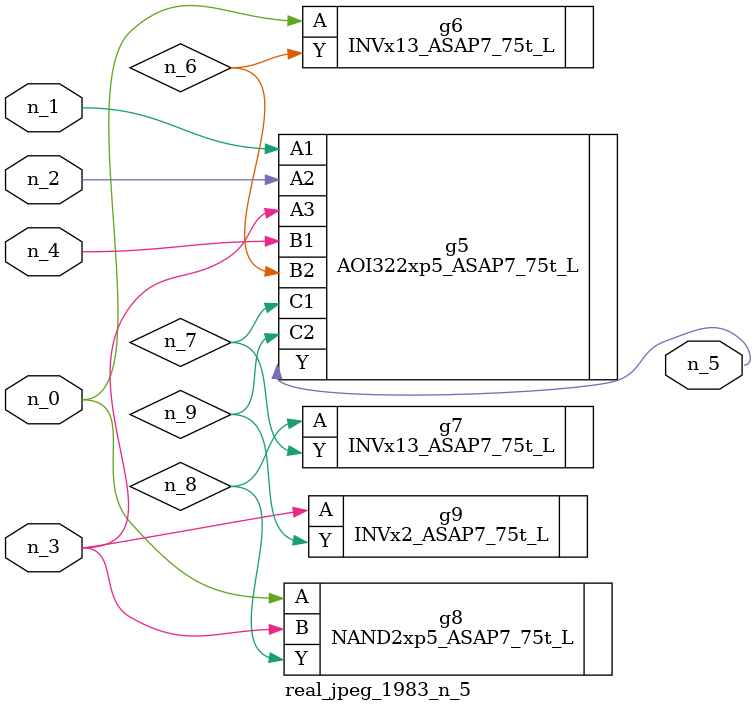
<source format=v>
module real_jpeg_1983_n_5 (n_4, n_0, n_1, n_2, n_3, n_5);

input n_4;
input n_0;
input n_1;
input n_2;
input n_3;

output n_5;

wire n_8;
wire n_6;
wire n_7;
wire n_9;

INVx13_ASAP7_75t_L g6 ( 
.A(n_0),
.Y(n_6)
);

NAND2xp5_ASAP7_75t_L g8 ( 
.A(n_0),
.B(n_3),
.Y(n_8)
);

AOI322xp5_ASAP7_75t_L g5 ( 
.A1(n_1),
.A2(n_2),
.A3(n_3),
.B1(n_4),
.B2(n_6),
.C1(n_7),
.C2(n_9),
.Y(n_5)
);

INVx2_ASAP7_75t_L g9 ( 
.A(n_3),
.Y(n_9)
);

INVx13_ASAP7_75t_L g7 ( 
.A(n_8),
.Y(n_7)
);


endmodule
</source>
